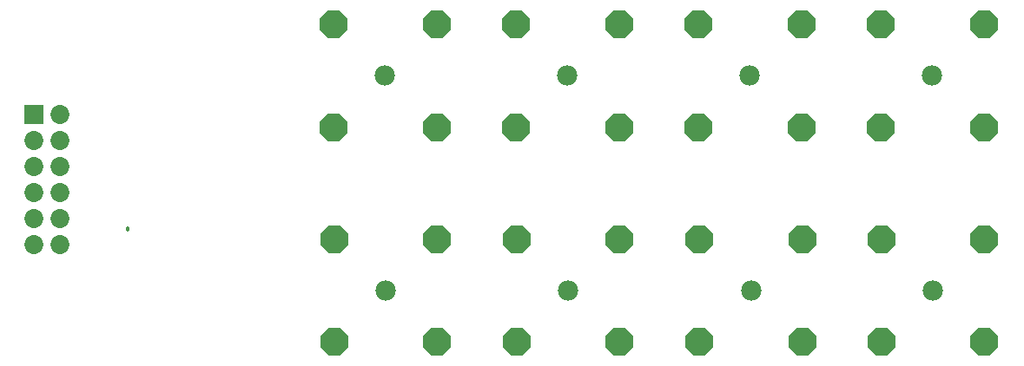
<source format=gbs>
G04 Layer_Color=16711935*
%FSLAX25Y25*%
%MOIN*%
G70*
G01*
G75*
%ADD23C,0.07296*%
%ADD24R,0.07296X0.07296*%
%ADD25C,0.07800*%
%ADD26P,0.11690X8X202.5*%
%ADD27C,0.01800*%
D23*
X125000Y435000D02*
D03*
X115000D02*
D03*
X125000Y445000D02*
D03*
X115000D02*
D03*
X125000Y455000D02*
D03*
X115000D02*
D03*
X125000Y465000D02*
D03*
X115000D02*
D03*
X125000Y475000D02*
D03*
X115000D02*
D03*
X125000Y485000D02*
D03*
D24*
X115000D02*
D03*
D25*
X250000Y417199D02*
D03*
X320000D02*
D03*
X390200D02*
D03*
X460000D02*
D03*
X459800Y499800D02*
D03*
X389800D02*
D03*
X319800D02*
D03*
X249800D02*
D03*
D26*
X269800Y436999D02*
D03*
X230200D02*
D03*
X269800Y397399D02*
D03*
X230200D02*
D03*
X339800Y436999D02*
D03*
X300200D02*
D03*
X339800Y397399D02*
D03*
X300200D02*
D03*
X410000Y436999D02*
D03*
X370400D02*
D03*
X410000Y397399D02*
D03*
X370400D02*
D03*
X479800Y436999D02*
D03*
X440200D02*
D03*
X479800Y397399D02*
D03*
X440200D02*
D03*
X440000Y480000D02*
D03*
X479600D02*
D03*
X440000Y519600D02*
D03*
X479600D02*
D03*
X370000Y480000D02*
D03*
X409600D02*
D03*
X370000Y519600D02*
D03*
X409600D02*
D03*
X300000Y480000D02*
D03*
X339600D02*
D03*
X300000Y519600D02*
D03*
X339600D02*
D03*
X230000Y480000D02*
D03*
X269600D02*
D03*
X230000Y519600D02*
D03*
X269600D02*
D03*
D27*
X151000Y441000D02*
D03*
M02*

</source>
